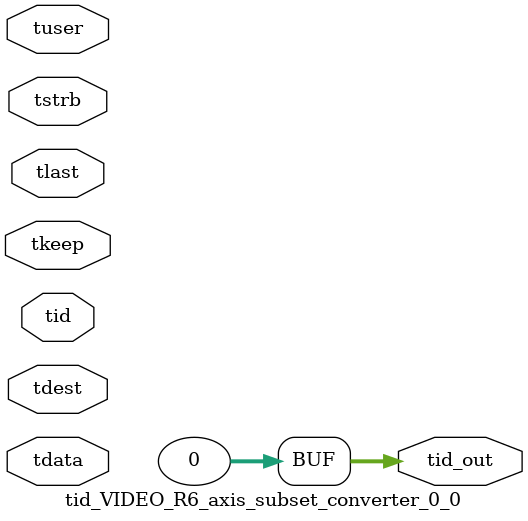
<source format=v>


`timescale 1ps/1ps

module tid_VIDEO_R6_axis_subset_converter_0_0 #
(
parameter C_S_AXIS_TID_WIDTH   = 1,
parameter C_S_AXIS_TUSER_WIDTH = 0,
parameter C_S_AXIS_TDATA_WIDTH = 0,
parameter C_S_AXIS_TDEST_WIDTH = 0,
parameter C_M_AXIS_TID_WIDTH   = 32
)
(
input  [(C_S_AXIS_TID_WIDTH   == 0 ? 1 : C_S_AXIS_TID_WIDTH)-1:0       ] tid,
input  [(C_S_AXIS_TDATA_WIDTH == 0 ? 1 : C_S_AXIS_TDATA_WIDTH)-1:0     ] tdata,
input  [(C_S_AXIS_TUSER_WIDTH == 0 ? 1 : C_S_AXIS_TUSER_WIDTH)-1:0     ] tuser,
input  [(C_S_AXIS_TDEST_WIDTH == 0 ? 1 : C_S_AXIS_TDEST_WIDTH)-1:0     ] tdest,
input  [(C_S_AXIS_TDATA_WIDTH/8)-1:0 ] tkeep,
input  [(C_S_AXIS_TDATA_WIDTH/8)-1:0 ] tstrb,
input                                                                    tlast,
output [(C_M_AXIS_TID_WIDTH   == 0 ? 1 : C_M_AXIS_TID_WIDTH)-1:0       ] tid_out
);

assign tid_out = {1'b0};

endmodule


</source>
